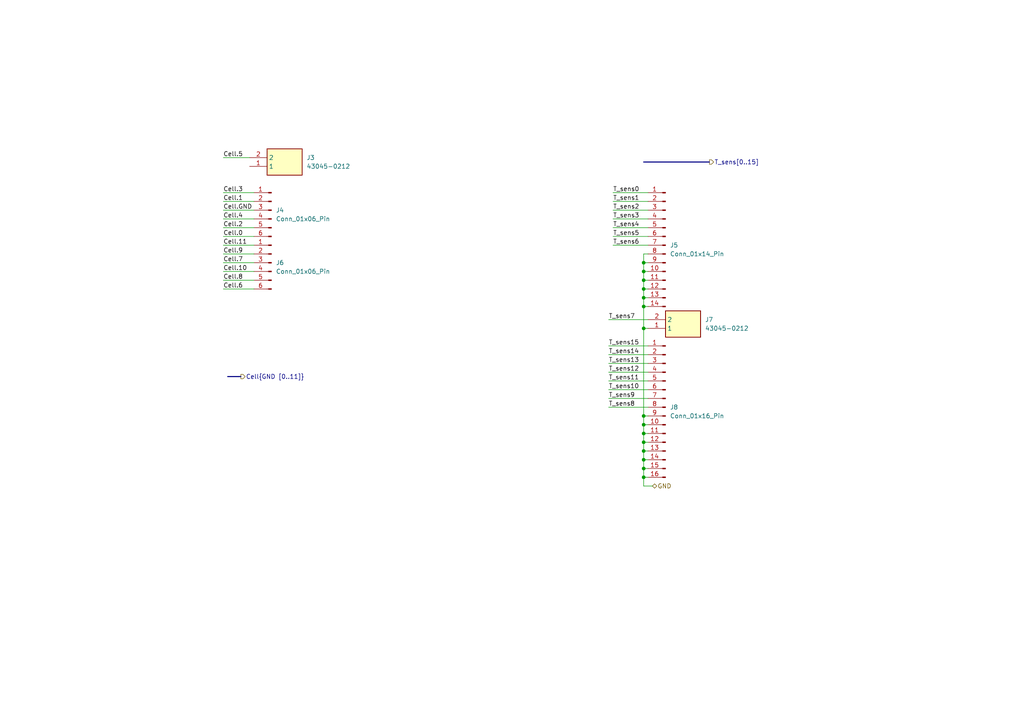
<source format=kicad_sch>
(kicad_sch (version 20230121) (generator eeschema)
  (paper "A4")
  (title_block (title "Mesurment Connectors") (date "2023-12-30") (rev "V1.0") (company "Valais Wallis Racing Team") (comment 1 "Bétrisey Mattia"))
  (lib_symbols
    (symbol "43045-0212:43045-0212"
      (property "Reference" "J" (at 16.51 7.62 0))
      (property "Value" "43045-0212" (at 16.51 5.08 0))
      (symbol "43045-0212_1_1"
        (rectangle (start 5.08 2.54) (end 15.24 -5.08) (stroke (width 0.254)) (fill (type background)))
        (pin passive line (at 0 -2.54 0) (length 5.08) (name "1") (number "1"))
        (pin passive line (at 0 0 0) (length 5.08) (name "2") (number "2"))
      )
    )
    (symbol "Connector:Conn_01x06_Pin" (pin_names (offset 1.016) hide)
      (property "Reference" "J" (at 0 7.62 0))
      (property "Value" "Conn_01x06_Pin" (at 0 -10.16 0))
      (symbol "Conn_01x06_Pin_1_1"
        (polyline (pts (xy 1.27 -7.62) (xy 0.8636 -7.62)) (stroke (width 0.1524)))
        (polyline (pts (xy 1.27 -5.08) (xy 0.8636 -5.08)) (stroke (width 0.1524)))
        (polyline (pts (xy 1.27 -2.54) (xy 0.8636 -2.54)) (stroke (width 0.1524)))
        (polyline (pts (xy 1.27 0) (xy 0.8636 0)) (stroke (width 0.1524)))
        (polyline (pts (xy 1.27 2.54) (xy 0.8636 2.54)) (stroke (width 0.1524)))
        (polyline (pts (xy 1.27 5.08) (xy 0.8636 5.08)) (stroke (width 0.1524)))
        (rectangle (start 0.8636 -7.493) (end 0 -7.747) (stroke (width 0.1524)) (fill (type outline)))
        (rectangle (start 0.8636 -4.953) (end 0 -5.207) (stroke (width 0.1524)) (fill (type outline)))
        (rectangle (start 0.8636 -2.413) (end 0 -2.667) (stroke (width 0.1524)) (fill (type outline)))
        (rectangle (start 0.8636 0.127) (end 0 -0.127) (stroke (width 0.1524)) (fill (type outline)))
        (rectangle (start 0.8636 2.667) (end 0 2.413) (stroke (width 0.1524)) (fill (type outline)))
        (rectangle (start 0.8636 5.207) (end 0 4.953) (stroke (width 0.1524)) (fill (type outline)))
        (pin passive line (at 5.08 5.08 180) (length 3.81) (name "Pin_1") (number "1"))
        (pin passive line (at 5.08 2.54 180) (length 3.81) (name "Pin_2") (number "2"))
        (pin passive line (at 5.08 0 180) (length 3.81) (name "Pin_3") (number "3"))
        (pin passive line (at 5.08 -2.54 180) (length 3.81) (name "Pin_4") (number "4"))
        (pin passive line (at 5.08 -5.08 180) (length 3.81) (name "Pin_5") (number "5"))
        (pin passive line (at 5.08 -7.62 180) (length 3.81) (name "Pin_6") (number "6"))
      )
    )
    (symbol "Connector:Conn_01x14_Pin" (pin_names (offset 1.016) hide)
      (property "Reference" "J" (at 0 17.78 0))
      (property "Value" "Conn_01x14_Pin" (at 0 -20.32 0))
      (symbol "Conn_01x14_Pin_1_1"
        (polyline (pts (xy 1.27 -17.78) (xy 0.8636 -17.78)) (stroke (width 0.1524)))
        (polyline (pts (xy 1.27 -15.24) (xy 0.8636 -15.24)) (stroke (width 0.1524)))
        (polyline (pts (xy 1.27 -12.7) (xy 0.8636 -12.7)) (stroke (width 0.1524)))
        (polyline (pts (xy 1.27 -10.16) (xy 0.8636 -10.16)) (stroke (width 0.1524)))
        (polyline (pts (xy 1.27 -7.62) (xy 0.8636 -7.62)) (stroke (width 0.1524)))
        (polyline (pts (xy 1.27 -5.08) (xy 0.8636 -5.08)) (stroke (width 0.1524)))
        (polyline (pts (xy 1.27 -2.54) (xy 0.8636 -2.54)) (stroke (width 0.1524)))
        (polyline (pts (xy 1.27 0) (xy 0.8636 0)) (stroke (width 0.1524)))
        (polyline (pts (xy 1.27 2.54) (xy 0.8636 2.54)) (stroke (width 0.1524)))
        (polyline (pts (xy 1.27 5.08) (xy 0.8636 5.08)) (stroke (width 0.1524)))
        (polyline (pts (xy 1.27 7.62) (xy 0.8636 7.62)) (stroke (width 0.1524)))
        (polyline (pts (xy 1.27 10.16) (xy 0.8636 10.16)) (stroke (width 0.1524)))
        (polyline (pts (xy 1.27 12.7) (xy 0.8636 12.7)) (stroke (width 0.1524)))
        (polyline (pts (xy 1.27 15.24) (xy 0.8636 15.24)) (stroke (width 0.1524)))
        (rectangle (start 0.8636 -17.653) (end 0 -17.907) (stroke (width 0.1524)) (fill (type outline)))
        (rectangle (start 0.8636 -15.113) (end 0 -15.367) (stroke (width 0.1524)) (fill (type outline)))
        (rectangle (start 0.8636 -12.573) (end 0 -12.827) (stroke (width 0.1524)) (fill (type outline)))
        (rectangle (start 0.8636 -10.033) (end 0 -10.287) (stroke (width 0.1524)) (fill (type outline)))
        (rectangle (start 0.8636 -7.493) (end 0 -7.747) (stroke (width 0.1524)) (fill (type outline)))
        (rectangle (start 0.8636 -4.953) (end 0 -5.207) (stroke (width 0.1524)) (fill (type outline)))
        (rectangle (start 0.8636 -2.413) (end 0 -2.667) (stroke (width 0.1524)) (fill (type outline)))
        (rectangle (start 0.8636 0.127) (end 0 -0.127) (stroke (width 0.1524)) (fill (type outline)))
        (rectangle (start 0.8636 2.667) (end 0 2.413) (stroke (width 0.1524)) (fill (type outline)))
        (rectangle (start 0.8636 5.207) (end 0 4.953) (stroke (width 0.1524)) (fill (type outline)))
        (rectangle (start 0.8636 7.747) (end 0 7.493) (stroke (width 0.1524)) (fill (type outline)))
        (rectangle (start 0.8636 10.287) (end 0 10.033) (stroke (width 0.1524)) (fill (type outline)))
        (rectangle (start 0.8636 12.827) (end 0 12.573) (stroke (width 0.1524)) (fill (type outline)))
        (rectangle (start 0.8636 15.367) (end 0 15.113) (stroke (width 0.1524)) (fill (type outline)))
        (pin passive line (at 5.08 15.24 180) (length 3.81) (name "Pin_1") (number "1"))
        (pin passive line (at 5.08 -7.62 180) (length 3.81) (name "Pin_10") (number "10"))
        (pin passive line (at 5.08 -10.16 180) (length 3.81) (name "Pin_11") (number "11"))
        (pin passive line (at 5.08 -12.7 180) (length 3.81) (name "Pin_12") (number "12"))
        (pin passive line (at 5.08 -15.24 180) (length 3.81) (name "Pin_13") (number "13"))
        (pin passive line (at 5.08 -17.78 180) (length 3.81) (name "Pin_14") (number "14"))
        (pin passive line (at 5.08 12.7 180) (length 3.81) (name "Pin_2") (number "2"))
        (pin passive line (at 5.08 10.16 180) (length 3.81) (name "Pin_3") (number "3"))
        (pin passive line (at 5.08 7.62 180) (length 3.81) (name "Pin_4") (number "4"))
        (pin passive line (at 5.08 5.08 180) (length 3.81) (name "Pin_5") (number "5"))
        (pin passive line (at 5.08 2.54 180) (length 3.81) (name "Pin_6") (number "6"))
        (pin passive line (at 5.08 0 180) (length 3.81) (name "Pin_7") (number "7"))
        (pin passive line (at 5.08 -2.54 180) (length 3.81) (name "Pin_8") (number "8"))
        (pin passive line (at 5.08 -5.08 180) (length 3.81) (name "Pin_9") (number "9"))
      )
    )
    (symbol "Connector:Conn_01x16_Pin" (pin_names (offset 1.016) hide)
      (property "Reference" "J" (at 0 20.32 0))
      (property "Value" "Conn_01x16_Pin" (at 0 -22.86 0))
      (symbol "Conn_01x16_Pin_1_1"
        (polyline (pts (xy 1.27 -20.32) (xy 0.8636 -20.32)) (stroke (width 0.1524)))
        (polyline (pts (xy 1.27 -17.78) (xy 0.8636 -17.78)) (stroke (width 0.1524)))
        (polyline (pts (xy 1.27 -15.24) (xy 0.8636 -15.24)) (stroke (width 0.1524)))
        (polyline (pts (xy 1.27 -12.7) (xy 0.8636 -12.7)) (stroke (width 0.1524)))
        (polyline (pts (xy 1.27 -10.16) (xy 0.8636 -10.16)) (stroke (width 0.1524)))
        (polyline (pts (xy 1.27 -7.62) (xy 0.8636 -7.62)) (stroke (width 0.1524)))
        (polyline (pts (xy 1.27 -5.08) (xy 0.8636 -5.08)) (stroke (width 0.1524)))
        (polyline (pts (xy 1.27 -2.54) (xy 0.8636 -2.54)) (stroke (width 0.1524)))
        (polyline (pts (xy 1.27 0) (xy 0.8636 0)) (stroke (width 0.1524)))
        (polyline (pts (xy 1.27 2.54) (xy 0.8636 2.54)) (stroke (width 0.1524)))
        (polyline (pts (xy 1.27 5.08) (xy 0.8636 5.08)) (stroke (width 0.1524)))
        (polyline (pts (xy 1.27 7.62) (xy 0.8636 7.62)) (stroke (width 0.1524)))
        (polyline (pts (xy 1.27 10.16) (xy 0.8636 10.16)) (stroke (width 0.1524)))
        (polyline (pts (xy 1.27 12.7) (xy 0.8636 12.7)) (stroke (width 0.1524)))
        (polyline (pts (xy 1.27 15.24) (xy 0.8636 15.24)) (stroke (width 0.1524)))
        (polyline (pts (xy 1.27 17.78) (xy 0.8636 17.78)) (stroke (width 0.1524)))
        (rectangle (start 0.8636 -20.193) (end 0 -20.447) (stroke (width 0.1524)) (fill (type outline)))
        (rectangle (start 0.8636 -17.653) (end 0 -17.907) (stroke (width 0.1524)) (fill (type outline)))
        (rectangle (start 0.8636 -15.113) (end 0 -15.367) (stroke (width 0.1524)) (fill (type outline)))
        (rectangle (start 0.8636 -12.573) (end 0 -12.827) (stroke (width 0.1524)) (fill (type outline)))
        (rectangle (start 0.8636 -10.033) (end 0 -10.287) (stroke (width 0.1524)) (fill (type outline)))
        (rectangle (start 0.8636 -7.493) (end 0 -7.747) (stroke (width 0.1524)) (fill (type outline)))
        (rectangle (start 0.8636 -4.953) (end 0 -5.207) (stroke (width 0.1524)) (fill (type outline)))
        (rectangle (start 0.8636 -2.413) (end 0 -2.667) (stroke (width 0.1524)) (fill (type outline)))
        (rectangle (start 0.8636 0.127) (end 0 -0.127) (stroke (width 0.1524)) (fill (type outline)))
        (rectangle (start 0.8636 2.667) (end 0 2.413) (stroke (width 0.1524)) (fill (type outline)))
        (rectangle (start 0.8636 5.207) (end 0 4.953) (stroke (width 0.1524)) (fill (type outline)))
        (rectangle (start 0.8636 7.747) (end 0 7.493) (stroke (width 0.1524)) (fill (type outline)))
        (rectangle (start 0.8636 10.287) (end 0 10.033) (stroke (width 0.1524)) (fill (type outline)))
        (rectangle (start 0.8636 12.827) (end 0 12.573) (stroke (width 0.1524)) (fill (type outline)))
        (rectangle (start 0.8636 15.367) (end 0 15.113) (stroke (width 0.1524)) (fill (type outline)))
        (rectangle (start 0.8636 17.907) (end 0 17.653) (stroke (width 0.1524)) (fill (type outline)))
        (pin passive line (at 5.08 17.78 180) (length 3.81) (name "Pin_1") (number "1"))
        (pin passive line (at 5.08 -5.08 180) (length 3.81) (name "Pin_10") (number "10"))
        (pin passive line (at 5.08 -7.62 180) (length 3.81) (name "Pin_11") (number "11"))
        (pin passive line (at 5.08 -10.16 180) (length 3.81) (name "Pin_12") (number "12"))
        (pin passive line (at 5.08 -12.7 180) (length 3.81) (name "Pin_13") (number "13"))
        (pin passive line (at 5.08 -15.24 180) (length 3.81) (name "Pin_14") (number "14"))
        (pin passive line (at 5.08 -17.78 180) (length 3.81) (name "Pin_15") (number "15"))
        (pin passive line (at 5.08 -20.32 180) (length 3.81) (name "Pin_16") (number "16"))
        (pin passive line (at 5.08 15.24 180) (length 3.81) (name "Pin_2") (number "2"))
        (pin passive line (at 5.08 12.7 180) (length 3.81) (name "Pin_3") (number "3"))
        (pin passive line (at 5.08 10.16 180) (length 3.81) (name "Pin_4") (number "4"))
        (pin passive line (at 5.08 7.62 180) (length 3.81) (name "Pin_5") (number "5"))
        (pin passive line (at 5.08 5.08 180) (length 3.81) (name "Pin_6") (number "6"))
        (pin passive line (at 5.08 2.54 180) (length 3.81) (name "Pin_7") (number "7"))
        (pin passive line (at 5.08 0 180) (length 3.81) (name "Pin_8") (number "8"))
        (pin passive line (at 5.08 -2.54 180) (length 3.81) (name "Pin_9") (number "9"))
      )
    )
  )
  (junction (at 186.69 133.35))
  (junction (at 186.69 120.65))
  (junction (at 186.69 125.73))
  (junction (at 186.69 95.25))
  (junction (at 186.69 130.81))
  (junction (at 186.69 83.82))
  (junction (at 186.69 128.27))
  (junction (at 186.69 86.36))
  (junction (at 186.69 76.2))
  (junction (at 186.69 135.89))
  (junction (at 186.69 78.74))
  (junction (at 186.69 138.43))
  (junction (at 186.69 81.28))
  (junction (at 186.69 123.19))
  (junction (at 186.69 88.9))
  (bus (pts (xy 66.04 109.22) (xy 69.85 109.22)))
  (wire (pts (xy 186.69 76.2) (xy 186.69 78.74)))
  (wire (pts (xy 187.96 83.82) (xy 186.69 83.82)))
  (wire (pts (xy 187.96 110.49) (xy 176.53 110.49)))
  (wire (pts (xy 64.77 58.42) (xy 73.66 58.42)))
  (bus (pts (xy 186.69 46.99) (xy 205.74 46.99)))
  (wire (pts (xy 187.96 113.03) (xy 176.53 113.03)))
  (wire (pts (xy 186.69 130.81) (xy 186.69 133.35)))
  (wire (pts (xy 64.77 78.74) (xy 73.66 78.74)))
  (wire (pts (xy 176.53 102.87) (xy 187.96 102.87)))
  (wire (pts (xy 64.77 60.96) (xy 73.66 60.96)))
  (wire (pts (xy 64.77 63.5) (xy 73.66 63.5)))
  (wire (pts (xy 187.96 66.04) (xy 177.8 66.04)))
  (wire (pts (xy 187.96 81.28) (xy 186.69 81.28)))
  (wire (pts (xy 186.69 73.66) (xy 187.96 73.66)))
  (wire (pts (xy 187.96 63.5) (xy 177.8 63.5)))
  (wire (pts (xy 187.96 68.58) (xy 177.8 68.58)))
  (wire (pts (xy 186.69 135.89) (xy 186.69 138.43)))
  (wire (pts (xy 187.96 105.41) (xy 176.53 105.41)))
  (wire (pts (xy 186.69 88.9) (xy 186.69 95.25)))
  (wire (pts (xy 186.69 138.43) (xy 186.69 140.97)))
  (wire (pts (xy 64.77 71.12) (xy 73.66 71.12)))
  (wire (pts (xy 186.69 73.66) (xy 186.69 76.2)))
  (wire (pts (xy 186.69 95.25) (xy 187.96 95.25)))
  (wire (pts (xy 186.69 81.28) (xy 186.69 83.82)))
  (wire (pts (xy 177.8 55.88) (xy 187.96 55.88)))
  (wire (pts (xy 187.96 115.57) (xy 176.53 115.57)))
  (wire (pts (xy 187.96 86.36) (xy 186.69 86.36)))
  (wire (pts (xy 186.69 133.35) (xy 187.96 133.35)))
  (wire (pts (xy 186.69 128.27) (xy 186.69 130.81)))
  (wire (pts (xy 186.69 130.81) (xy 187.96 130.81)))
  (wire (pts (xy 187.96 100.33) (xy 176.53 100.33)))
  (wire (pts (xy 186.69 125.73) (xy 186.69 128.27)))
  (wire (pts (xy 186.69 133.35) (xy 186.69 135.89)))
  (wire (pts (xy 186.69 140.97) (xy 189.23 140.97)))
  (wire (pts (xy 186.69 138.43) (xy 187.96 138.43)))
  (wire (pts (xy 64.77 76.2) (xy 73.66 76.2)))
  (wire (pts (xy 64.77 68.58) (xy 73.66 68.58)))
  (wire (pts (xy 186.69 120.65) (xy 187.96 120.65)))
  (wire (pts (xy 187.96 76.2) (xy 186.69 76.2)))
  (wire (pts (xy 186.69 78.74) (xy 186.69 81.28)))
  (wire (pts (xy 186.69 123.19) (xy 187.96 123.19)))
  (wire (pts (xy 186.69 128.27) (xy 187.96 128.27)))
  (wire (pts (xy 187.96 71.12) (xy 177.8 71.12)))
  (wire (pts (xy 186.69 125.73) (xy 187.96 125.73)))
  (wire (pts (xy 186.69 83.82) (xy 186.69 86.36)))
  (wire (pts (xy 72.39 45.72) (xy 64.77 45.72)))
  (wire (pts (xy 64.77 81.28) (xy 73.66 81.28)))
  (wire (pts (xy 187.96 92.71) (xy 176.53 92.71)))
  (wire (pts (xy 64.77 83.82) (xy 73.66 83.82)))
  (wire (pts (xy 187.96 58.42) (xy 177.8 58.42)))
  (wire (pts (xy 186.69 95.25) (xy 186.69 120.65)))
  (wire (pts (xy 186.69 135.89) (xy 187.96 135.89)))
  (wire (pts (xy 64.77 55.88) (xy 73.66 55.88)))
  (wire (pts (xy 186.69 120.65) (xy 186.69 123.19)))
  (wire (pts (xy 187.96 88.9) (xy 186.69 88.9)))
  (wire (pts (xy 187.96 60.96) (xy 177.8 60.96)))
  (wire (pts (xy 64.77 66.04) (xy 73.66 66.04)))
  (wire (pts (xy 186.69 86.36) (xy 186.69 88.9)))
  (wire (pts (xy 187.96 107.95) (xy 176.53 107.95)))
  (wire (pts (xy 187.96 78.74) (xy 186.69 78.74)))
  (wire (pts (xy 187.96 118.11) (xy 176.53 118.11)))
  (wire (pts (xy 186.69 123.19) (xy 186.69 125.73)))
  (wire (pts (xy 64.77 73.66) (xy 73.66 73.66)))
  (label "T_sens9" (at 176.53 115.57 0))
  (label "T_sens5" (at 177.8 68.58 0))
  (label "Cell.9" (at 64.77 73.66 0))
  (label "Cell.2" (at 64.77 66.04 0))
  (label "T_sens10" (at 176.53 113.03 0))
  (label "T_sens0" (at 177.8 55.88 0))
  (label "Cell.4" (at 64.77 63.5 0))
  (label "Cell.0" (at 64.77 68.58 0))
  (label "Cell.5" (at 64.77 45.72 0))
  (label "T_sens15" (at 176.53 100.33 0))
  (label "T_sens2" (at 177.8 60.96 0))
  (label "T_sens3" (at 177.8 63.5 0))
  (label "Cell.8" (at 64.77 81.28 0))
  (label "Cell.11" (at 64.77 71.12 0))
  (label "Cell.10" (at 64.77 78.74 0))
  (label "T_sens4" (at 177.8 66.04 0))
  (label "Cell.7" (at 64.77 76.2 0))
  (label "T_sens14" (at 176.53 102.87 0))
  (label "Cell.6" (at 64.77 83.82 0))
  (label "T_sens13" (at 176.53 105.41 0))
  (label "T_sens8" (at 176.53 118.11 0))
  (label "T_sens12" (at 176.53 107.95 0))
  (label "T_sens7" (at 176.53 92.71 0))
  (label "Cell.1" (at 64.77 58.42 0))
  (label "T_sens1" (at 177.8 58.42 0))
  (label "T_sens11" (at 176.53 110.49 0))
  (label "Cell.3" (at 64.77 55.88 0))
  (label "T_sens6" (at 177.8 71.12 0))
  (label "Cell.GND" (at 64.77 60.96 0))
  (hierarchical_label "GND" (shape bidirectional) (at 189.23 140.97 0))
  (hierarchical_label "T_sens[0..15]" (shape output) (at 205.74 46.99 0))
  (hierarchical_label "Cell{GND [0..11]}" (shape output) (at 69.85 109.22 0))
  (symbol (lib_id "Connector:Conn_01x16_Pin") (at 193.04 118.11 0) (mirror y) (unit 1)
    (property "Reference" "J8" (at 194.31 118.11 0) (effects (justify right)))
    (property "Value" "Conn_01x16_Pin" (at 194.31 120.65 0) (effects (justify right)))
    (property "Footprint" "Connector_Molex:Molex_Micro-Fit_3.0_43045-1612_2x08_P3.00mm_Vertical" (effects hide))
    (property "Seller" "Mouser" (effects hide))
    (property "part number" "538-43045-1612" (effects hide))
    (property "unit price" "2.98" (effects hide))
    (property "DESCRIPTION" "Molex micro-fit 3.0 16position 2 rows vertical" (effects hide))
    (property "Manufacturer_Name" "Molex" (effects hide))
    (instances (project "BMS-Slave" (path "" (reference "J8") (unit 1)) (path "" (reference "J14") (unit 1))))
  )
  (symbol (lib_id "Connector:Conn_01x14_Pin") (at 193.04 71.12 0) (mirror y) (unit 1)
    (property "Reference" "J5" (at 194.31 71.12 0) (effects (justify right)))
    (property "Value" "Conn_01x14_Pin" (at 194.31 73.66 0) (effects (justify right)))
    (property "Footprint" "Connector_Molex:Molex_Micro-Fit_3.0_43045-1412_2x07_P3.00mm_Vertical" (effects hide))
    (property "Seller" "Mouser" (effects hide))
    (property "part number" "538-43045-1412" (effects hide))
    (property "unit price" "2.59" (effects hide))
    (property "DESCRIPTION" "Molex micro-fit 3.0 14position 2 rows vertical" (effects hide))
    (property "Manufacturer_Name" "Molex" (effects hide))
    (instances (project "BMS-Slave" (path "" (reference "J5") (unit 1)) (path "" (reference "J11") (unit 1))))
  )
  (symbol (lib_id "Connector:Conn_01x06_Pin") (at 78.74 60.96 0) (mirror y) (unit 1)
    (property "Reference" "J4" (at 80.01 60.96 0) (effects (justify right)))
    (property "Value" "Conn_01x06_Pin" (at 80.01 63.5 0) (effects (justify right)))
    (property "Footprint" "Connector_Molex:Molex_Micro-Fit_3.0_43045-0612_2x03_P3.00mm_Vertical" (effects hide))
    (property "Seller" "Mouser" (effects hide))
    (property "part number" "538-43045-0612" (effects hide))
    (property "unit price" "1.19" (effects hide))
    (property "DESCRIPTION" "Molex micro-fit 3.0 6position 2 rows vertical" (effects hide))
    (property "Manufacturer_Name" "Molex" (effects hide))
    (instances (project "BMS-Slave" (path "" (reference "J4") (unit 1)) (path "" (reference "J10") (unit 1))))
  )
  (symbol (lib_id "43045-0212:43045-0212") (at 72.39 45.72 0) (unit 1)
    (property "Reference" "J3" (at 88.9 45.72 0) (effects (justify left)))
    (property "Value" "43045-0212" (at 88.9 48.26 0) (effects (justify left)))
    (property "Footprint" "Connector_Molex:Molex_Micro-Fit_3.0_43650-0215_1x02_P3.00mm_Vertical" (effects hide))
    (property "Datasheet" "https://www.molex.com/pdm_docs/sd/430450612_sd.pdf" (effects hide))
    (property "Height" "9.91" (effects hide))
    (property "Manufacturer_Name" "Molex" (effects hide))
    (property "Manufacturer_Part_Number" "43045-0212" (effects hide))
    (property "Mouser Part Number" "538-430-45-0212" (effects hide))
    (property "Mouser Price/Stock" "https://www.mouser.co.uk/ProductDetail/Molex/43045-0212?qs=QtQX4uD3c2XFLtjr%252BHeRmQ%3D%3D" (effects hide))
    (property "Seller" "Mouser" (effects hide))
    (property "part number" "538-430-45-0212" (effects hide))
    (property "unit price" "0.75" (effects hide))
    (property "DESCRIPTION" "Molex micro-fit 3.0 2position 1row vertical" (effects hide))
    (instances (project "BMS-Slave" (path "" (reference "J3") (unit 1)) (path "" (reference "J9") (unit 1))))
  )
  (symbol (lib_id "43045-0212:43045-0212") (at 187.96 92.71 0) (unit 1)
    (property "Reference" "J7" (at 204.47 92.71 0) (effects (justify left)))
    (property "Value" "43045-0212" (at 204.47 95.25 0) (effects (justify left)))
    (property "Footprint" "Connector_Molex:Molex_Micro-Fit_3.0_43650-0215_1x02_P3.00mm_Vertical" (effects hide))
    (property "Datasheet" "https://www.molex.com/pdm_docs/sd/430450612_sd.pdf" (effects hide))
    (property "Height" "9.91" (effects hide))
    (property "Manufacturer_Name" "Molex" (effects hide))
    (property "Manufacturer_Part_Number" "43045-0212" (effects hide))
    (property "Mouser Part Number" "538-430-45-0212" (effects hide))
    (property "Mouser Price/Stock" "https://www.mouser.co.uk/ProductDetail/Molex/43045-0212?qs=QtQX4uD3c2XFLtjr%252BHeRmQ%3D%3D" (effects hide))
    (property "Seller" "Mouser" (effects hide))
    (property "part number" "538-430-45-0212" (effects hide))
    (property "unit price" "0.75" (effects hide))
    (property "DESCRIPTION" "Molex micro-fit 3.0 2position 1row vertical" (effects hide))
    (instances (project "BMS-Slave" (path "" (reference "J7") (unit 1)) (path "" (reference "J13") (unit 1))))
  )
  (symbol (lib_id "Connector:Conn_01x06_Pin") (at 78.74 76.2 0) (mirror y) (unit 1)
    (property "Reference" "J6" (at 80.01 76.2 0) (effects (justify right)))
    (property "Value" "Conn_01x06_Pin" (at 80.01 78.74 0) (effects (justify right)))
    (property "Footprint" "Connector_Molex:Molex_Micro-Fit_3.0_43045-0612_2x03_P3.00mm_Vertical" (effects hide))
    (property "Seller" "Mouser" (effects hide))
    (property "part number" "538-43045-0612" (effects hide))
    (property "unit price" "1.19" (effects hide))
    (property "DESCRIPTION" "Molex micro-fit 3.0 6position 2 rows vertical" (effects hide))
    (property "Manufacturer_Name" "Molex" (effects hide))
    (instances (project "BMS-Slave" (path "" (reference "J6") (unit 1)) (path "" (reference "J12") (unit 1))))
  )
)
</source>
